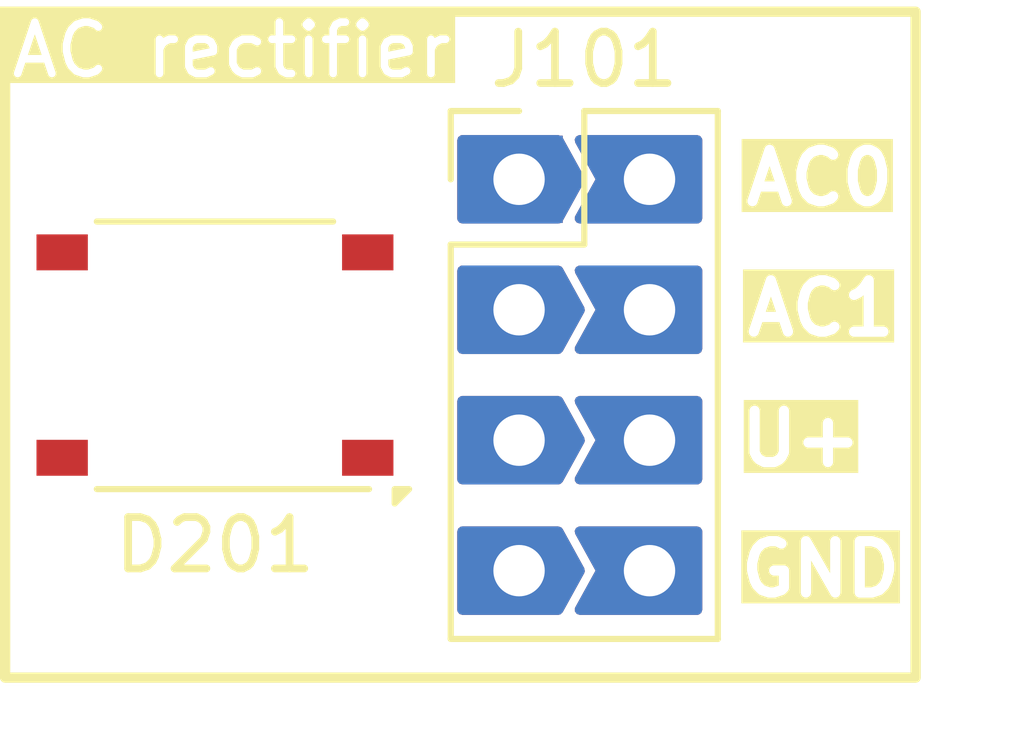
<source format=kicad_pcb>
(kicad_pcb (version 20240108) (generator "pcbnew") (generator_version "8.0")
  (layers (0 "F.Cu" signal) (31 "B.Cu" signal) (34 "B.Paste" user) (35 "F.Paste" user) (36 "B.SilkS" user "B.Silkscreen") (37 "F.SilkS" user "F.Silkscreen") (38 "B.Mask" user) (39 "F.Mask" user) (44 "Edge.Cuts" user))
  (net 0 "")
  (net 1 "/J_AC1")
  (net 2 "/J_GND")
  (net 3 "/J_U")
  (net 4 "/J_AC0")
  (net 5 "/AC0")
  (net 6 "/GND")
  (net 7 "/+U")
  (net 8 "/AC1")
  (footprint "Diode_SMD:Diode_Bridge_Diotec_ABS" (layer "F.Cu") (at 73.8854 72.612 180)
    (property "Reference" "D201" (at 0 -3.7 360) (layer "F.SilkS"))
    (property "Value" "ABS10")
    (fp_line (start 2.3 2.6) (end -2.3 2.6) (stroke (width 0.12)) (layer "F.SilkS"))
    (fp_line (start 2.3 -2.61) (end -3 -2.61) (stroke (width 0.12)) (layer "F.SilkS"))
    (fp_poly (pts (xy -3.5 -2.61) (xy -3.78 -2.61) (xy -3.5 -2.89) (xy -3.5 -2.61)) (stroke (width 0.12)) (fill solid) (layer "F.SilkS"))
    (pad "1" smd rect (at -2.975 -2 180) (size 1 0.7) (layers "F.Cu" "F.Paste" "F.Mask") (net 3 "/J_U"))
    (pad "2" smd rect (at -2.975 2 180) (size 1 0.7) (layers "F.Cu" "F.Paste" "F.Mask") (net 2 "/J_GND"))
    (pad "3" smd rect (at 2.975 2 180) (size 1 0.7) (layers "F.Cu" "F.Paste" "F.Mask") (net 4 "/J_AC0"))
    (pad "4" smd rect (at 2.975 -2 180) (size 1 0.7) (layers "F.Cu" "F.Paste" "F.Mask") (net 1 "/J_AC1"))
  )
  (footprint "xDuinoRail:PinHeaderJP_2x04_P2.54mm_Vertical" (layer "F.Cu") (at 79.8068 69.1896)
    (property "Reference" "J101" (at 1.27 -2.33 0) (layer "F.SilkS"))
    (property "Value" "Conn_02x04_Odd_Even")
    (fp_line (start -1.33 -1.33) (end 0 -1.33) (stroke (width 0.12)) (layer "F.SilkS"))
    (fp_line (start -1.33 0) (end -1.33 -1.33) (stroke (width 0.12)) (layer "F.SilkS"))
    (fp_line (start -1.33 1.27) (end -1.33 8.95) (stroke (width 0.12)) (layer "F.SilkS"))
    (fp_line (start -1.33 1.27) (end 1.27 1.27) (stroke (width 0.12)) (layer "F.SilkS"))
    (fp_line (start -1.33 8.95) (end 3.87 8.95) (stroke (width 0.12)) (layer "F.SilkS"))
    (fp_line (start 1.27 -1.33) (end 3.87 -1.33) (stroke (width 0.12)) (layer "F.SilkS"))
    (fp_line (start 1.27 1.27) (end 1.27 -1.33) (stroke (width 0.12)) (layer "F.SilkS"))
    (fp_line (start 3.87 -1.33) (end 3.87 8.95) (stroke (width 0.12)) (layer "F.SilkS"))
    (pad "1" thru_hole custom (at 0 0) (size 1.7 1.7) (drill 1) (layers "*.Cu" "*.Mask") (net 7 "/+U") (options (clearance outline) (anchor rect)) (primitives (gr_poly (pts (xy -1.104 -0.762) (xy -1.104 0.762) (xy 0.762 0.762) (xy 1.182 0) (xy 0.762 -0.762)) (width 0.2) (fill yes))))
    (pad "2" thru_hole custom (at 2.54 0) (size 1.7 1.7) (drill 1) (layers "*.Cu" "*.Mask") (net 3 "/J_U") (options (clearance outline) (anchor circle)) (primitives (gr_poly (pts (xy 0.85 0) (xy 0.831425 -0.176725) (xy 0.776514 -0.345726) (xy 0.687664 -0.499617) (xy 0.568761 -0.631673) (xy 0.425 -0.736122) (xy 0.262664 -0.808398) (xy 0.088849 -0.845344) (xy -0.088849 -0.845344) (xy -0.262664 -0.808398) (xy -0.425 -0.736122) (xy -0.568761 -0.631673) (xy -0.687664 -0.499617) (xy -0.776514 -0.345726) (xy -0.831425 -0.176725) (xy -0.85 0) (xy -0.831425 0.176725) (xy -0.776514 0.345726) (xy -0.687664 0.499617) (xy -0.568761 0.631673) (xy -0.425 0.736122) (xy -0.262664 0.808398) (xy -0.088849 0.845344) (xy 0.088849 0.845344) (xy 0.262664 0.808398) (xy 0.425 0.736122) (xy 0.568761 0.631673) (xy 0.687664 0.499617) (xy 0.776514 0.345726) (xy 0.831425 0.176725) (xy 0.85 0)) (width 0) (fill yes)) (gr_poly (pts (xy -1.358 -0.762) (xy -0.938 0) (xy -1.358 0.762) (xy 0.928 0.762) (xy 0.928 -0.762)) (width 0.2) (fill yes))))
    (pad "3" thru_hole custom (at 0 2.54) (size 1.7 1.7) (drill 1) (layers "*.Cu" "*.Mask") (net 6 "/GND") (options (clearance outline) (anchor circle)) (primitives (gr_poly (pts (xy 0.85 0) (xy 0.831425 -0.176725) (xy 0.776514 -0.345726) (xy 0.687664 -0.499617) (xy 0.568761 -0.631673) (xy 0.425 -0.736122) (xy 0.262664 -0.808398) (xy 0.088849 -0.845344) (xy -0.088849 -0.845344) (xy -0.262664 -0.808398) (xy -0.425 -0.736122) (xy -0.568761 -0.631673) (xy -0.687664 -0.499617) (xy -0.776514 -0.345726) (xy -0.831425 -0.176725) (xy -0.85 0) (xy -0.831425 0.176725) (xy -0.776514 0.345726) (xy -0.687664 0.499617) (xy -0.568761 0.631673) (xy -0.425 0.736122) (xy -0.262664 0.808398) (xy -0.088849 0.845344) (xy 0.088849 0.845344) (xy 0.262664 0.808398) (xy 0.425 0.736122) (xy 0.568761 0.631673) (xy 0.687664 0.499617) (xy 0.776514 0.345726) (xy 0.831425 0.176725) (xy 0.85 0)) (width 0) (fill yes)) (gr_poly (pts (xy -1.104 -0.762) (xy -1.104 0.762) (xy 0.762 0.762) (xy 1.182 0) (xy 0.762 -0.762)) (width 0.2) (fill yes))))
    (pad "4" thru_hole custom (at 2.54 2.54) (size 1.7 1.7) (drill 1) (layers "*.Cu" "*.Mask") (net 2 "/J_GND") (options (clearance outline) (anchor circle)) (primitives (gr_poly (pts (xy 0.85 0) (xy 0.831425 -0.176725) (xy 0.776514 -0.345726) (xy 0.687664 -0.499617) (xy 0.568761 -0.631673) (xy 0.425 -0.736122) (xy 0.262664 -0.808398) (xy 0.088849 -0.845344) (xy -0.088849 -0.845344) (xy -0.262664 -0.808398) (xy -0.425 -0.736122) (xy -0.568761 -0.631673) (xy -0.687664 -0.499617) (xy -0.776514 -0.345726) (xy -0.831425 -0.176725) (xy -0.85 0) (xy -0.831425 0.176725) (xy -0.776514 0.345726) (xy -0.687664 0.499617) (xy -0.568761 0.631673) (xy -0.425 0.736122) (xy -0.262664 0.808398) (xy -0.088849 0.845344) (xy 0.088849 0.845344) (xy 0.262664 0.808398) (xy 0.425 0.736122) (xy 0.568761 0.631673) (xy 0.687664 0.499617) (xy 0.776514 0.345726) (xy 0.831425 0.176725) (xy 0.85 0)) (width 0) (fill yes)) (gr_poly (pts (xy -1.358 -0.762) (xy -0.938 0) (xy -1.358 0.762) (xy 0.928 0.762) (xy 0.928 -0.762)) (width 0.2) (fill yes))))
    (pad "5" thru_hole custom (at 0 5.08) (size 1.7 1.7) (drill 1) (layers "*.Cu" "*.Mask") (net 5 "/AC0") (options (clearance outline) (anchor circle)) (primitives (gr_poly (pts (xy 0.85 0) (xy 0.831425 -0.176725) (xy 0.776514 -0.345726) (xy 0.687664 -0.499617) (xy 0.568761 -0.631673) (xy 0.425 -0.736122) (xy 0.262664 -0.808398) (xy 0.088849 -0.845344) (xy -0.088849 -0.845344) (xy -0.262664 -0.808398) (xy -0.425 -0.736122) (xy -0.568761 -0.631673) (xy -0.687664 -0.499617) (xy -0.776514 -0.345726) (xy -0.831425 -0.176725) (xy -0.85 0) (xy -0.831425 0.176725) (xy -0.776514 0.345726) (xy -0.687664 0.499617) (xy -0.568761 0.631673) (xy -0.425 0.736122) (xy -0.262664 0.808398) (xy -0.088849 0.845344) (xy 0.088849 0.845344) (xy 0.262664 0.808398) (xy 0.425 0.736122) (xy 0.568761 0.631673) (xy 0.687664 0.499617) (xy 0.776514 0.345726) (xy 0.831425 0.176725) (xy 0.85 0)) (width 0) (fill yes)) (gr_poly (pts (xy -1.104 -0.762) (xy -1.104 0.762) (xy 0.762 0.762) (xy 1.182 0) (xy 0.762 -0.762)) (width 0.2) (fill yes))))
    (pad "6" thru_hole custom (at 2.54 5.08) (size 1.7 1.7) (drill 1) (layers "*.Cu" "*.Mask") (net 4 "/J_AC0") (options (clearance outline) (anchor circle)) (primitives (gr_poly (pts (xy 0.85 0) (xy 0.831425 -0.176725) (xy 0.776514 -0.345726) (xy 0.687664 -0.499617) (xy 0.568761 -0.631673) (xy 0.425 -0.736122) (xy 0.262664 -0.808398) (xy 0.088849 -0.845344) (xy -0.088849 -0.845344) (xy -0.262664 -0.808398) (xy -0.425 -0.736122) (xy -0.568761 -0.631673) (xy -0.687664 -0.499617) (xy -0.776514 -0.345726) (xy -0.831425 -0.176725) (xy -0.85 0) (xy -0.831425 0.176725) (xy -0.776514 0.345726) (xy -0.687664 0.499617) (xy -0.568761 0.631673) (xy -0.425 0.736122) (xy -0.262664 0.808398) (xy -0.088849 0.845344) (xy 0.088849 0.845344) (xy 0.262664 0.808398) (xy 0.425 0.736122) (xy 0.568761 0.631673) (xy 0.687664 0.499617) (xy 0.776514 0.345726) (xy 0.831425 0.176725) (xy 0.85 0)) (width 0) (fill yes)) (gr_poly (pts (xy -1.358 -0.762) (xy -0.938 0) (xy -1.358 0.762) (xy 0.928 0.762) (xy 0.928 -0.762)) (width 0.2) (fill yes))))
    (pad "7" thru_hole custom (at 0 7.62) (size 1.7 1.7) (drill 1) (layers "*.Cu" "*.Mask") (net 8 "/AC1") (options (clearance outline) (anchor circle)) (primitives (gr_poly (pts (xy 0.85 0) (xy 0.831425 -0.176725) (xy 0.776514 -0.345726) (xy 0.687664 -0.499617) (xy 0.568761 -0.631673) (xy 0.425 -0.736122) (xy 0.262664 -0.808398) (xy 0.088849 -0.845344) (xy -0.088849 -0.845344) (xy -0.262664 -0.808398) (xy -0.425 -0.736122) (xy -0.568761 -0.631673) (xy -0.687664 -0.499617) (xy -0.776514 -0.345726) (xy -0.831425 -0.176725) (xy -0.85 0) (xy -0.831425 0.176725) (xy -0.776514 0.345726) (xy -0.687664 0.499617) (xy -0.568761 0.631673) (xy -0.425 0.736122) (xy -0.262664 0.808398) (xy -0.088849 0.845344) (xy 0.088849 0.845344) (xy 0.262664 0.808398) (xy 0.425 0.736122) (xy 0.568761 0.631673) (xy 0.687664 0.499617) (xy 0.776514 0.345726) (xy 0.831425 0.176725) (xy 0.85 0)) (width 0) (fill yes)) (gr_poly (pts (xy -1.104 -0.762) (xy -1.104 0.762) (xy 0.762 0.762) (xy 1.182 0) (xy 0.762 -0.762)) (width 0.2) (fill yes))))
    (pad "8" thru_hole custom (at 2.54 7.62) (size 1.7 1.7) (drill 1) (layers "*.Cu" "*.Mask") (net 1 "/J_AC1") (options (clearance outline) (anchor circle)) (primitives (gr_poly (pts (xy 0.85 0) (xy 0.831425 -0.176725) (xy 0.776514 -0.345726) (xy 0.687664 -0.499617) (xy 0.568761 -0.631673) (xy 0.425 -0.736122) (xy 0.262664 -0.808398) (xy 0.088849 -0.845344) (xy -0.088849 -0.845344) (xy -0.262664 -0.808398) (xy -0.425 -0.736122) (xy -0.568761 -0.631673) (xy -0.687664 -0.499617) (xy -0.776514 -0.345726) (xy -0.831425 -0.176725) (xy -0.85 0) (xy -0.831425 0.176725) (xy -0.776514 0.345726) (xy -0.687664 0.499617) (xy -0.568761 0.631673) (xy -0.425 0.736122) (xy -0.262664 0.808398) (xy -0.088849 0.845344) (xy 0.088849 0.845344) (xy 0.262664 0.808398) (xy 0.425 0.736122) (xy 0.568761 0.631673) (xy 0.687664 0.499617) (xy 0.776514 0.345726) (xy 0.831425 0.176725) (xy 0.85 0)) (width 0) (fill yes)) (gr_poly (pts (xy -1.358 -0.762) (xy -0.938 0) (xy -1.358 0.762) (xy 0.928 0.762) (xy 0.928 -0.762)) (width 0.2) (fill yes))))
  )
  (gr_rect (start 69.799801 65.926149) (end 87.5284 78.8924) (stroke (width 0.2)) (fill none) (layer "F.SilkS"))
  (gr_text "U+" (at 84.0232 74.8284 0) (layer "F.SilkS" knockout) (effects (font (size 1 1) (thickness 0.2) (bold yes)) (justify left bottom)))
  (gr_text "AC1" (at 84.1502 72.2884 0) (layer "F.SilkS" knockout) (effects (font (size 1 1) (thickness 0.2) (bold yes)) (justify left bottom)))
  (gr_text "GND" (at 84.0232 77.3684 0) (layer "F.SilkS" knockout) (effects (font (size 1 1) (thickness 0.2) (bold yes)) (justify left bottom)))
  (gr_text "AC rectifier" (at 69.85 67.2592 0) (layer "F.SilkS" knockout) (effects (font (size 1 1)) (justify left bottom)))
  (gr_text "AC0" (at 84.1248 69.7484 0) (layer "F.SilkS" knockout) (effects (font (size 1 1) (thickness 0.2) (bold yes)) (justify left bottom)))
)
</source>
